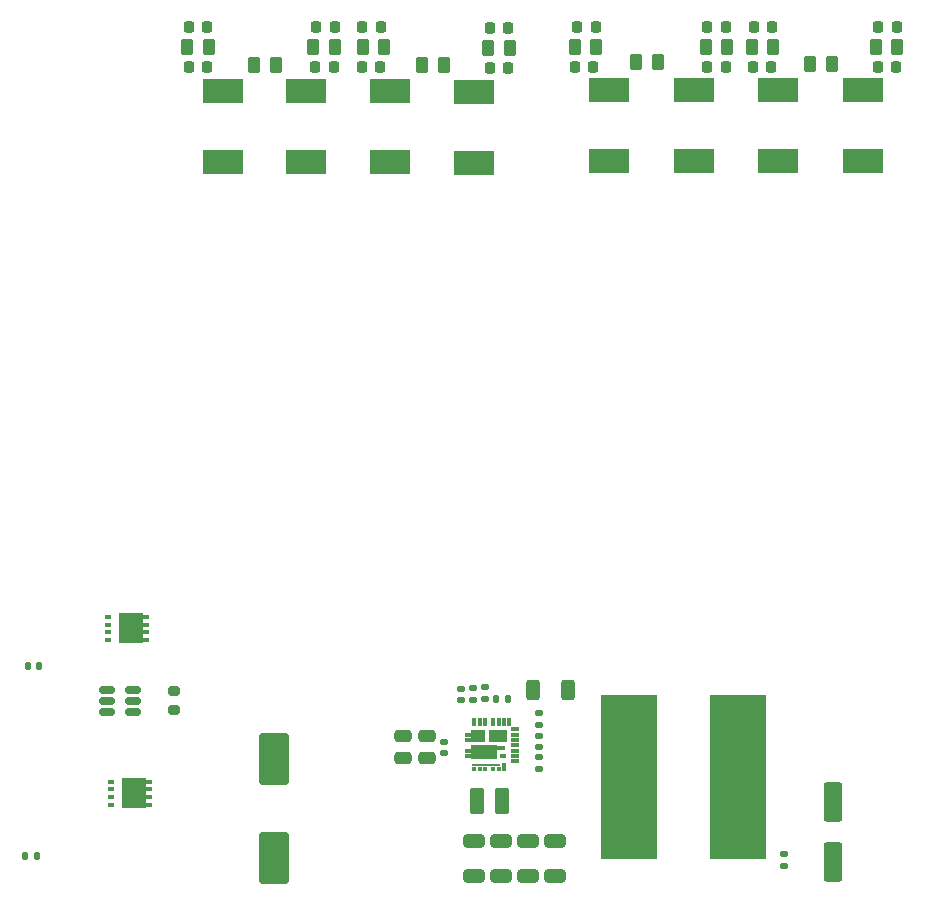
<source format=gtp>
G04 #@! TF.GenerationSoftware,KiCad,Pcbnew,8.0.3*
G04 #@! TF.CreationDate,2024-09-22T19:56:22+01:00*
G04 #@! TF.ProjectId,BetetrDom,42657465-7472-4446-9f6d-2e6b69636164,rev?*
G04 #@! TF.SameCoordinates,Original*
G04 #@! TF.FileFunction,Paste,Top*
G04 #@! TF.FilePolarity,Positive*
%FSLAX46Y46*%
G04 Gerber Fmt 4.6, Leading zero omitted, Abs format (unit mm)*
G04 Created by KiCad (PCBNEW 8.0.3) date 2024-09-22 19:56:22*
%MOMM*%
%LPD*%
G01*
G04 APERTURE LIST*
G04 Aperture macros list*
%AMRoundRect*
0 Rectangle with rounded corners*
0 $1 Rounding radius*
0 $2 $3 $4 $5 $6 $7 $8 $9 X,Y pos of 4 corners*
0 Add a 4 corners polygon primitive as box body*
4,1,4,$2,$3,$4,$5,$6,$7,$8,$9,$2,$3,0*
0 Add four circle primitives for the rounded corners*
1,1,$1+$1,$2,$3*
1,1,$1+$1,$4,$5*
1,1,$1+$1,$6,$7*
1,1,$1+$1,$8,$9*
0 Add four rect primitives between the rounded corners*
20,1,$1+$1,$2,$3,$4,$5,0*
20,1,$1+$1,$4,$5,$6,$7,0*
20,1,$1+$1,$6,$7,$8,$9,0*
20,1,$1+$1,$8,$9,$2,$3,0*%
G04 Aperture macros list end*
%ADD10R,3.500000X2.000000*%
%ADD11RoundRect,0.250000X-0.262500X-0.450000X0.262500X-0.450000X0.262500X0.450000X-0.262500X0.450000X0*%
%ADD12RoundRect,0.225000X-0.225000X-0.250000X0.225000X-0.250000X0.225000X0.250000X-0.225000X0.250000X0*%
%ADD13RoundRect,0.140000X0.170000X-0.140000X0.170000X0.140000X-0.170000X0.140000X-0.170000X-0.140000X0*%
%ADD14RoundRect,0.150000X-0.512500X-0.150000X0.512500X-0.150000X0.512500X0.150000X-0.512500X0.150000X0*%
%ADD15RoundRect,0.250000X0.312500X0.625000X-0.312500X0.625000X-0.312500X-0.625000X0.312500X-0.625000X0*%
%ADD16R,0.600000X0.400000*%
%ADD17R,0.550000X0.400000*%
%ADD18R,2.030000X2.650000*%
%ADD19RoundRect,0.250000X-0.550000X1.412500X-0.550000X-1.412500X0.550000X-1.412500X0.550000X1.412500X0*%
%ADD20RoundRect,0.218750X0.218750X0.256250X-0.218750X0.256250X-0.218750X-0.256250X0.218750X-0.256250X0*%
%ADD21RoundRect,0.250000X-0.650000X0.325000X-0.650000X-0.325000X0.650000X-0.325000X0.650000X0.325000X0*%
%ADD22RoundRect,0.250000X-0.475000X0.250000X-0.475000X-0.250000X0.475000X-0.250000X0.475000X0.250000X0*%
%ADD23RoundRect,0.218750X-0.218750X-0.256250X0.218750X-0.256250X0.218750X0.256250X-0.218750X0.256250X0*%
%ADD24RoundRect,0.250000X-1.000000X1.950000X-1.000000X-1.950000X1.000000X-1.950000X1.000000X1.950000X0*%
%ADD25R,0.550000X0.300000*%
%ADD26R,0.300000X0.450000*%
%ADD27R,0.300000X0.725000*%
%ADD28R,0.725000X0.300000*%
%ADD29R,1.575000X1.050000*%
%ADD30R,1.150000X1.050000*%
%ADD31R,2.175000X1.200000*%
%ADD32R,0.580000X0.380000*%
%ADD33R,0.650000X0.455000*%
%ADD34R,2.350000X0.275000*%
%ADD35RoundRect,0.140000X-0.140000X-0.170000X0.140000X-0.170000X0.140000X0.170000X-0.140000X0.170000X0*%
%ADD36RoundRect,0.200000X0.275000X-0.200000X0.275000X0.200000X-0.275000X0.200000X-0.275000X-0.200000X0*%
%ADD37RoundRect,0.135000X-0.135000X-0.185000X0.135000X-0.185000X0.135000X0.185000X-0.135000X0.185000X0*%
%ADD38R,4.750000X14.000000*%
%ADD39RoundRect,0.135000X0.185000X-0.135000X0.185000X0.135000X-0.185000X0.135000X-0.185000X-0.135000X0*%
%ADD40RoundRect,0.250000X-0.375000X-0.850000X0.375000X-0.850000X0.375000X0.850000X-0.375000X0.850000X0*%
%ADD41RoundRect,0.135000X-0.185000X0.135000X-0.185000X-0.135000X0.185000X-0.135000X0.185000X0.135000X0*%
%ADD42RoundRect,0.140000X-0.170000X0.140000X-0.170000X-0.140000X0.170000X-0.140000X0.170000X0.140000X0*%
G04 APERTURE END LIST*
D10*
G04 #@! TO.C,L9*
X107020000Y-73850000D03*
X107020000Y-67850000D03*
G04 #@! TD*
D11*
G04 #@! TO.C,RV1*
X120750000Y-65325000D03*
X122575000Y-65325000D03*
G04 #@! TD*
D12*
G04 #@! TO.C,C20*
X108320000Y-65850000D03*
X109870000Y-65850000D03*
G04 #@! TD*
D13*
G04 #@! TO.C,C3*
X104500000Y-123830000D03*
X104500000Y-122870000D03*
G04 #@! TD*
D14*
G04 #@! TO.C,U2*
X75900000Y-118450000D03*
X75900000Y-119400000D03*
X75900000Y-120350000D03*
X78175000Y-120350000D03*
X78175000Y-119400000D03*
X78175000Y-118450000D03*
G04 #@! TD*
D12*
G04 #@! TO.C,C14*
X126775000Y-65725000D03*
X128325000Y-65725000D03*
G04 #@! TD*
D11*
G04 #@! TO.C,RV8*
X102607500Y-65550000D03*
X104432500Y-65550000D03*
G04 #@! TD*
D15*
G04 #@! TO.C,R3*
X114962500Y-118500000D03*
X112037500Y-118500000D03*
G04 #@! TD*
D16*
G04 #@! TO.C,Q1*
X76000000Y-112300000D03*
X76000000Y-112950000D03*
X76000000Y-113600000D03*
X76000000Y-114250000D03*
D17*
X79225000Y-114250000D03*
X79225000Y-113600000D03*
X79225000Y-112950000D03*
X79225000Y-112300000D03*
D18*
X77935000Y-113275000D03*
G04 #@! TD*
D10*
G04 #@! TO.C,L8*
X99920000Y-73787500D03*
X99920000Y-67787500D03*
G04 #@! TD*
D19*
G04 #@! TO.C,C21*
X137425000Y-127975000D03*
X137425000Y-133050000D03*
G04 #@! TD*
D20*
G04 #@! TO.C,D4*
X132250000Y-62325000D03*
X130675000Y-62325000D03*
G04 #@! TD*
D21*
G04 #@! TO.C,C9*
X113900000Y-131250000D03*
X113900000Y-134200000D03*
G04 #@! TD*
D11*
G04 #@! TO.C,RV3*
X115525000Y-64025000D03*
X117350000Y-64025000D03*
G04 #@! TD*
D16*
G04 #@! TO.C,Q2*
X76265000Y-126250000D03*
X76265000Y-126900000D03*
X76265000Y-127550000D03*
X76265000Y-128200000D03*
D17*
X79490000Y-128200000D03*
X79490000Y-127550000D03*
X79490000Y-126900000D03*
X79490000Y-126250000D03*
D18*
X78200000Y-127225000D03*
G04 #@! TD*
D13*
G04 #@! TO.C,C12*
X112500000Y-125150000D03*
X112500000Y-124190000D03*
G04 #@! TD*
D10*
G04 #@! TO.C,L4*
X132750000Y-73725000D03*
X132750000Y-67725000D03*
G04 #@! TD*
D21*
G04 #@! TO.C,C7*
X107000000Y-131250000D03*
X107000000Y-134200000D03*
G04 #@! TD*
G04 #@! TO.C,C8*
X109300000Y-131250000D03*
X109300000Y-134200000D03*
G04 #@! TD*
D11*
G04 #@! TO.C,RV5*
X130537500Y-64025000D03*
X132362500Y-64025000D03*
G04 #@! TD*
D13*
G04 #@! TO.C,C11*
X105900000Y-119350000D03*
X105900000Y-118390000D03*
G04 #@! TD*
D10*
G04 #@! TO.C,L6*
X85720000Y-73787500D03*
X85720000Y-67787500D03*
G04 #@! TD*
D22*
G04 #@! TO.C,C1*
X101000000Y-122350000D03*
X101000000Y-124250000D03*
G04 #@! TD*
D23*
G04 #@! TO.C,D2*
X141250000Y-62325000D03*
X142825000Y-62325000D03*
G04 #@! TD*
D24*
G04 #@! TO.C,C6*
X90100000Y-124350000D03*
X90100000Y-132750000D03*
G04 #@! TD*
D11*
G04 #@! TO.C,RV10*
X93395000Y-64050000D03*
X95220000Y-64050000D03*
G04 #@! TD*
D20*
G04 #@! TO.C,D8*
X117325000Y-62325000D03*
X115750000Y-62325000D03*
G04 #@! TD*
D25*
G04 #@! TO.C,IC1*
X106488000Y-122275000D03*
X106488000Y-122725000D03*
X106488000Y-123625000D03*
X106488000Y-124075000D03*
D26*
X107038000Y-125175000D03*
X107488000Y-125175000D03*
X107938000Y-125175000D03*
X108638000Y-125175000D03*
X109088000Y-125175000D03*
D27*
X109538000Y-125038000D03*
D28*
X110450000Y-124525000D03*
X110450000Y-124075000D03*
X110450000Y-123625000D03*
X110450000Y-123175000D03*
X110450000Y-122725000D03*
X110450000Y-122275000D03*
X110450000Y-121825000D03*
D27*
X109988000Y-121163000D03*
X109538000Y-121163000D03*
X109088000Y-121163000D03*
X108638000Y-121163000D03*
X107938000Y-121163000D03*
X107488000Y-121163000D03*
X107038000Y-121163000D03*
D29*
X109000000Y-122350000D03*
D30*
X107338000Y-122350000D03*
D31*
X107850000Y-123775000D03*
D32*
X109498000Y-124090000D03*
D33*
X109263000Y-123403000D03*
D34*
X108063000Y-124813000D03*
G04 #@! TD*
D35*
G04 #@! TO.C,C23*
X69240000Y-116450000D03*
X70200000Y-116450000D03*
G04 #@! TD*
D13*
G04 #@! TO.C,C10*
X112500000Y-123330000D03*
X112500000Y-122370000D03*
G04 #@! TD*
D36*
G04 #@! TO.C,R2*
X81600000Y-120200000D03*
X81600000Y-118550000D03*
G04 #@! TD*
D10*
G04 #@! TO.C,L5*
X139950000Y-73725000D03*
X139950000Y-67725000D03*
G04 #@! TD*
D20*
G04 #@! TO.C,D3*
X99120000Y-62350000D03*
X97545000Y-62350000D03*
G04 #@! TD*
D37*
G04 #@! TO.C,R4*
X108880000Y-119250000D03*
X109900000Y-119250000D03*
G04 #@! TD*
D11*
G04 #@! TO.C,RV11*
X97595000Y-64050000D03*
X99420000Y-64050000D03*
G04 #@! TD*
D12*
G04 #@! TO.C,C13*
X115550000Y-65725000D03*
X117100000Y-65725000D03*
G04 #@! TD*
D23*
G04 #@! TO.C,D1*
X108320000Y-62450000D03*
X109895000Y-62450000D03*
G04 #@! TD*
D11*
G04 #@! TO.C,RV4*
X126625000Y-64025000D03*
X128450000Y-64025000D03*
G04 #@! TD*
D38*
G04 #@! TO.C,L10*
X120100000Y-125850000D03*
X129350000Y-125850000D03*
G04 #@! TD*
D39*
G04 #@! TO.C,R5*
X107900000Y-119270000D03*
X107900000Y-118250000D03*
G04 #@! TD*
D10*
G04 #@! TO.C,L7*
X92820000Y-73750000D03*
X92820000Y-67750000D03*
G04 #@! TD*
D20*
G04 #@! TO.C,D7*
X84420000Y-62350000D03*
X82845000Y-62350000D03*
G04 #@! TD*
D40*
G04 #@! TO.C,L1*
X107225000Y-127850000D03*
X109375000Y-127850000D03*
G04 #@! TD*
D11*
G04 #@! TO.C,RV6*
X141025000Y-64025000D03*
X142850000Y-64025000D03*
G04 #@! TD*
D10*
G04 #@! TO.C,L3*
X125650000Y-73725000D03*
X125650000Y-67725000D03*
G04 #@! TD*
D12*
G04 #@! TO.C,C18*
X93570000Y-65750000D03*
X95120000Y-65750000D03*
G04 #@! TD*
D11*
G04 #@! TO.C,RV9*
X82707500Y-64050000D03*
X84532500Y-64050000D03*
G04 #@! TD*
D10*
G04 #@! TO.C,L2*
X118450000Y-73725000D03*
X118450000Y-67725000D03*
G04 #@! TD*
D21*
G04 #@! TO.C,C4*
X111600000Y-131250000D03*
X111600000Y-134200000D03*
G04 #@! TD*
D41*
G04 #@! TO.C,R1*
X112500000Y-120460000D03*
X112500000Y-121480000D03*
G04 #@! TD*
D11*
G04 #@! TO.C,RV7*
X88420000Y-65550000D03*
X90245000Y-65550000D03*
G04 #@! TD*
D12*
G04 #@! TO.C,C15*
X130600000Y-65725000D03*
X132150000Y-65725000D03*
G04 #@! TD*
D22*
G04 #@! TO.C,C2*
X103000000Y-122350000D03*
X103000000Y-124250000D03*
G04 #@! TD*
D42*
G04 #@! TO.C,C22*
X133225000Y-132390000D03*
X133225000Y-133350000D03*
G04 #@! TD*
D41*
G04 #@! TO.C,R6*
X106900000Y-118330000D03*
X106900000Y-119350000D03*
G04 #@! TD*
D11*
G04 #@! TO.C,RV12*
X108220000Y-64150000D03*
X110045000Y-64150000D03*
G04 #@! TD*
D12*
G04 #@! TO.C,C19*
X97520000Y-65750000D03*
X99070000Y-65750000D03*
G04 #@! TD*
D35*
G04 #@! TO.C,C5*
X69020000Y-132575000D03*
X69980000Y-132575000D03*
G04 #@! TD*
D11*
G04 #@! TO.C,RV2*
X135450000Y-65525000D03*
X137275000Y-65525000D03*
G04 #@! TD*
D23*
G04 #@! TO.C,D5*
X93645000Y-62350000D03*
X95220000Y-62350000D03*
G04 #@! TD*
G04 #@! TO.C,D6*
X126750000Y-62325000D03*
X128325000Y-62325000D03*
G04 #@! TD*
D12*
G04 #@! TO.C,C17*
X82870000Y-65750000D03*
X84420000Y-65750000D03*
G04 #@! TD*
G04 #@! TO.C,C16*
X141200000Y-65725000D03*
X142750000Y-65725000D03*
G04 #@! TD*
M02*

</source>
